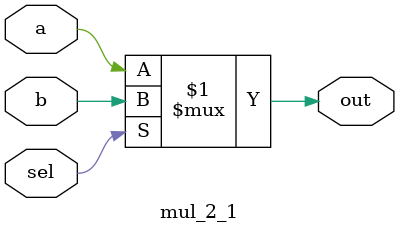
<source format=v>
`timescale 1ns / 1ps
    
module mul_2_1(a,b,sel,out);
    input a,b;
    input sel;
    output out;

    assign out=(sel)?b:a;

endmodule
</source>
